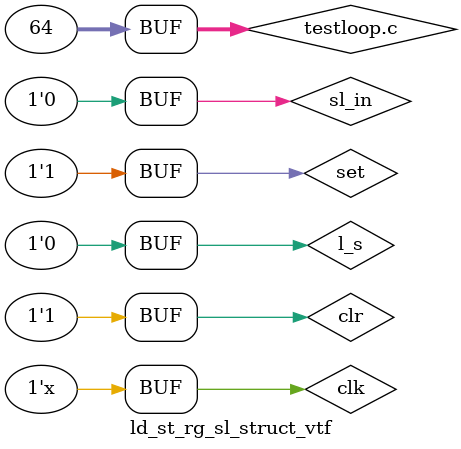
<source format=v>
`timescale 1ns / 1ps


module ld_st_rg_sl_struct_vtf;

	// Inputs
	reg set;
	reg clk;
	reg clr;
	reg sl_in;
	reg l_s;

	// Outputs
	wire sl_out;
	reg sl_out_tc, error;

	// Instantiate the Unit Under Test (UUT)
	ld_st_rg_sl_struct uut (
		.set(set), 
		.clk(clk), 
		.clr(clr), 
		.sl_in(sl_in), 
		.l_s(l_s), 
		.sl_out(sl_out)
	);

	initial begin
		// Initialize Inputs
		set = 1;
		clk = 0;
		clr = 1;
		sl_in = 0;
		l_s = 0;

		// Wait 100 ns for global reset to finish
		#100;
        
		// Add stimulus here
	end
	
	//Generate CLOCK signal
	always begin
	#10 clk = ~clk;
	end
	
	always
		begin: testloop
		integer c;
		for(c=0; c<64; c=c+1) 
		begin: c_loop
			#20	clr <= ~((c[5]&c[4]&c[3]&c[2]&~c[1]&c[0])|(c[5]&c[4]&c[3]&~c[2]&c[1]&~c[0])|(c[5]&c[4]&c[3]&~c[2]&~c[1]&c[0])|(c[5]&~c[4]&c[3]&c[2]&c[1]&~c[0])|(c[5]&~c[4]&c[3]&c[2]&~c[1]&c[0])|(c[5]&~c[4]&~c[3]&c[2]&c[1]&~c[0])|(c[5]&~c[4]&~c[3]&c[2]&~c[1]&c[0])|(~c[5]&c[4]&c[3]&~c[2]&~c[1]&c[0])|(~c[5]&c[4]&c[3]&~c[2]&~c[1]&~c[0])|(~c[5]&c[4]&~c[3]&c[2]&~c[1]&~c[0])|(~c[5]&~c[4]&c[3]&~c[2]&c[1]&~c[0])|(~c[5]&~c[4]&c[3]&~c[2]&~c[1]&c[0])|(~c[5]&~c[4]&~c[3]&c[2]&~c[1]&c[0]));
					set <= ~((c[5]&c[4]&c[3]&c[2]&~c[1]&c[0])|(c[5]&c[4]&~c[3]&c[2]&c[1]&~c[0])|(c[5]&c[4]&~c[3]&c[2]&~c[1]&c[0])|(c[5]&~c[4]&c[3]&~c[2]&c[1]&~c[0])|(c[5]&~c[4]&c[3]&~c[2]&~c[1]&c[0])|(c[5]&~c[4]&~c[3]&c[2]&c[1]&~c[0])|(c[5]&~c[4]&~c[3]&c[2]&~c[1]&c[0])|(~c[5]&c[4]&c[3]&c[2]&~c[1]&c[0])|(~c[5]&c[4]&c[3]&c[2]&~c[1]&~c[0])|(~c[5]&c[4]&~c[3]&c[2]&~c[1]&~c[0])|(~c[5]&~c[4]&c[3]&c[2]&c[1]&c[0])|(~c[5]&~c[4]&c[3]&c[2]&c[1]&~c[0])|(~c[5]&~c[4]&~c[3]&c[2]&~c[1]&c[0]));
					sl_in <= ~c[5];
					l_s <= ~c[4]; 
		end
		//#250 error=1; //Signal end of run
	end
	
	always @ (posedge(clk)) begin
		if(clr==1'b0) 
		begin 
			sl_out_tc = 0; 
		end
		else if(set==1'b0)
		begin
			sl_out_tc = 1;
		end
		else if(l_s==1'b1) 
		begin 
			sl_out_tc=sl_in; 
		end
		else 
		begin 
			sl_out_tc=sl_out_tc; 
		end
		
		
		#1 if(sl_out == sl_out_tc) error = 0;
			else error = 1;
	end

endmodule


</source>
